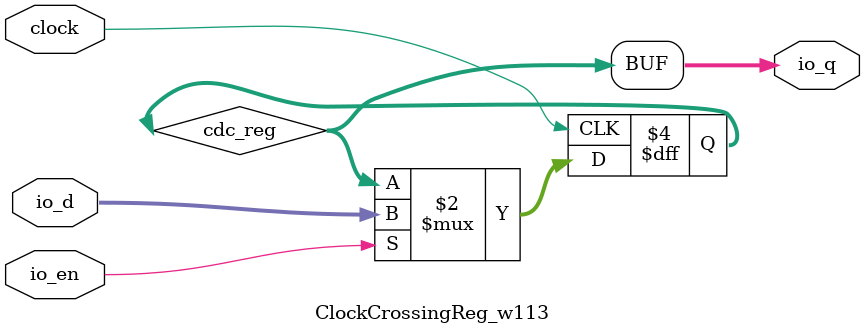
<source format=sv>
`ifndef RANDOMIZE
  `ifdef RANDOMIZE_REG_INIT
    `define RANDOMIZE
  `endif // RANDOMIZE_REG_INIT
`endif // not def RANDOMIZE
`ifndef RANDOMIZE
  `ifdef RANDOMIZE_MEM_INIT
    `define RANDOMIZE
  `endif // RANDOMIZE_MEM_INIT
`endif // not def RANDOMIZE

`ifndef RANDOM
  `define RANDOM $random
`endif // not def RANDOM

// Users can define 'PRINTF_COND' to add an extra gate to prints.
`ifndef PRINTF_COND_
  `ifdef PRINTF_COND
    `define PRINTF_COND_ (`PRINTF_COND)
  `else  // PRINTF_COND
    `define PRINTF_COND_ 1
  `endif // PRINTF_COND
`endif // not def PRINTF_COND_

// Users can define 'ASSERT_VERBOSE_COND' to add an extra gate to assert error printing.
`ifndef ASSERT_VERBOSE_COND_
  `ifdef ASSERT_VERBOSE_COND
    `define ASSERT_VERBOSE_COND_ (`ASSERT_VERBOSE_COND)
  `else  // ASSERT_VERBOSE_COND
    `define ASSERT_VERBOSE_COND_ 1
  `endif // ASSERT_VERBOSE_COND
`endif // not def ASSERT_VERBOSE_COND_

// Users can define 'STOP_COND' to add an extra gate to stop conditions.
`ifndef STOP_COND_
  `ifdef STOP_COND
    `define STOP_COND_ (`STOP_COND)
  `else  // STOP_COND
    `define STOP_COND_ 1
  `endif // STOP_COND
`endif // not def STOP_COND_

// Users can define INIT_RANDOM as general code that gets injected into the
// initializer block for modules with registers.
`ifndef INIT_RANDOM
  `define INIT_RANDOM
`endif // not def INIT_RANDOM

// If using random initialization, you can also define RANDOMIZE_DELAY to
// customize the delay used, otherwise 0.002 is used.
`ifndef RANDOMIZE_DELAY
  `define RANDOMIZE_DELAY 0.002
`endif // not def RANDOMIZE_DELAY

// Define INIT_RANDOM_PROLOG_ for use in our modules below.
`ifndef INIT_RANDOM_PROLOG_
  `ifdef RANDOMIZE
    `ifdef VERILATOR
      `define INIT_RANDOM_PROLOG_ `INIT_RANDOM
    `else  // VERILATOR
      `define INIT_RANDOM_PROLOG_ `INIT_RANDOM #`RANDOMIZE_DELAY begin end
    `endif // VERILATOR
  `else  // RANDOMIZE
    `define INIT_RANDOM_PROLOG_
  `endif // RANDOMIZE
`endif // not def INIT_RANDOM_PROLOG_

module ClockCrossingReg_w113(
  input          clock,
  input  [112:0] io_d,
  input          io_en,
  output [112:0] io_q
);

  reg [112:0] cdc_reg;	// @[Reg.scala:19:16]
  always @(posedge clock) begin
    if (io_en)
      cdc_reg <= io_d;	// @[Reg.scala:19:16]
  end // always @(posedge)
  `ifndef SYNTHESIS
    `ifdef FIRRTL_BEFORE_INITIAL
      `FIRRTL_BEFORE_INITIAL
    `endif // FIRRTL_BEFORE_INITIAL
    logic [31:0] _RANDOM_0;
    logic [31:0] _RANDOM_1;
    logic [31:0] _RANDOM_2;
    logic [31:0] _RANDOM_3;
    initial begin
      `ifdef INIT_RANDOM_PROLOG_
        `INIT_RANDOM_PROLOG_
      `endif // INIT_RANDOM_PROLOG_
      `ifdef RANDOMIZE_REG_INIT
        _RANDOM_0 = `RANDOM;
        _RANDOM_1 = `RANDOM;
        _RANDOM_2 = `RANDOM;
        _RANDOM_3 = `RANDOM;
        cdc_reg = {_RANDOM_0, _RANDOM_1, _RANDOM_2, _RANDOM_3[16:0]};	// @[Reg.scala:19:16]
      `endif // RANDOMIZE_REG_INIT
    end // initial
    `ifdef FIRRTL_AFTER_INITIAL
      `FIRRTL_AFTER_INITIAL
    `endif // FIRRTL_AFTER_INITIAL
  `endif // not def SYNTHESIS
  assign io_q = cdc_reg;	// @[Reg.scala:19:16]
endmodule


</source>
